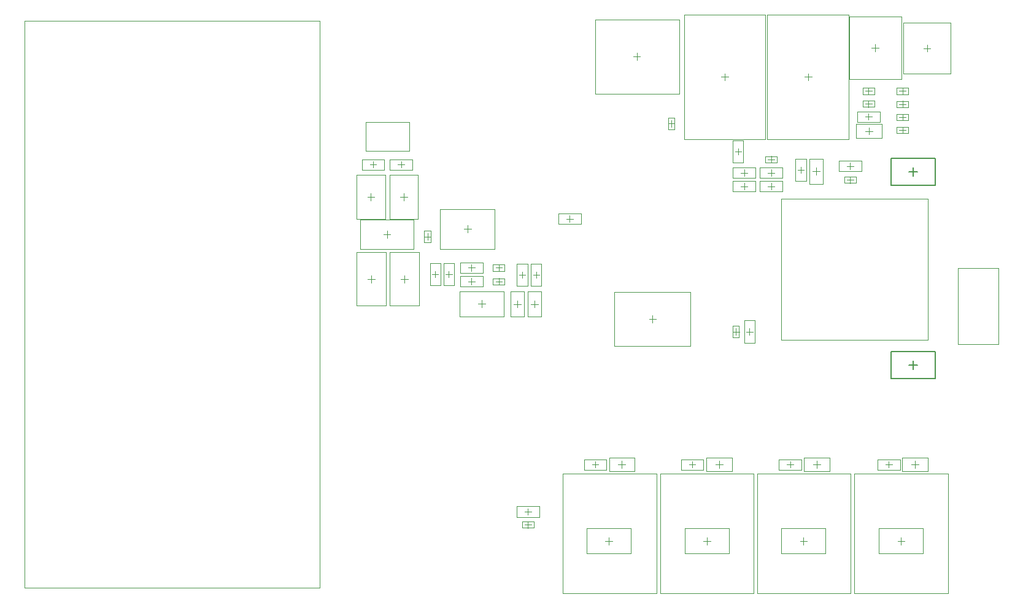
<source format=gbr>
%TF.GenerationSoftware,Altium Limited,Altium Designer,21.3.2 (30)*%
G04 Layer_Color=32768*
%FSLAX26Y26*%
%MOIN*%
%TF.SameCoordinates,5CB9DBA1-4DA9-4ED0-9B61-E5D9B39C4D3D*%
%TF.FilePolarity,Positive*%
%TF.FileFunction,Other,Mechanical_15*%
%TF.Part,Single*%
G01*
G75*
%TA.AperFunction,NonConductor*%
%ADD83C,0.006000*%
%ADD89C,0.003937*%
%ADD126C,0.001968*%
%ADD127C,0.004000*%
D83*
X5148378Y2383997D02*
X5195622D01*
X5172000Y2360375D02*
Y2407619D01*
X5052000Y2311165D02*
Y2456835D01*
Y2311165D02*
X5292157D01*
Y2456835D01*
X5052000D02*
X5292157D01*
X5148378Y1333997D02*
X5195622D01*
X5172000Y1310375D02*
Y1357619D01*
X5052000Y1261165D02*
Y1406835D01*
Y1261165D02*
X5292157D01*
Y1406835D01*
X5052000D02*
X5292157D01*
D89*
X5000614Y2568000D02*
Y2642000D01*
X4862614Y2568000D02*
Y2642000D01*
Y2568000D02*
X5000614D01*
X4862614Y2642000D02*
X5000614D01*
X4911929Y2605000D02*
X4951299D01*
X4931614Y2585315D02*
Y2624685D01*
X4868976Y2654457D02*
Y2711543D01*
X4991024Y2654457D02*
Y2711543D01*
X4868976D02*
X4991024D01*
X4868976Y2654457D02*
X4991024D01*
X4912283Y2683000D02*
X4947717D01*
X4930000Y2665284D02*
Y2700716D01*
X4830000Y2397284D02*
Y2432716D01*
X4812283Y2415000D02*
X4847717D01*
X4768976Y2443543D02*
X4891024D01*
X4768976Y2386457D02*
X4891024D01*
X4768976D02*
Y2443543D01*
X4891024Y2386457D02*
Y2443543D01*
X4609000Y2316614D02*
X4683000D01*
X4609000Y2454614D02*
X4683000D01*
X4609000Y2316614D02*
Y2454614D01*
X4683000Y2316614D02*
Y2454614D01*
X4646000Y2365929D02*
Y2405299D01*
X4626315Y2385614D02*
X4665685D01*
X4533457Y2332512D02*
X4590543D01*
X4533457Y2454559D02*
X4590543D01*
X4533457Y2332512D02*
Y2454559D01*
X4590543Y2332512D02*
Y2454559D01*
X4562000Y2375819D02*
Y2411252D01*
X4544283Y2393535D02*
X4579717D01*
X4339512Y2276457D02*
Y2333543D01*
X4461559Y2276457D02*
Y2333543D01*
X4339512D02*
X4461559D01*
X4339512Y2276457D02*
X4461559D01*
X4382819Y2305000D02*
X4418252D01*
X4400535Y2287284D02*
Y2322716D01*
X4461559Y2349457D02*
Y2406543D01*
X4339512Y2349457D02*
Y2406543D01*
Y2349457D02*
X4461559D01*
X4339512Y2406543D02*
X4461559D01*
X4382819Y2378000D02*
X4418252D01*
X4400535Y2360284D02*
Y2395716D01*
X4254071Y2287284D02*
Y2322716D01*
X4236354Y2305000D02*
X4271788D01*
X4193047Y2333543D02*
X4315095D01*
X4193047Y2276457D02*
X4315095D01*
X4193047D02*
Y2333543D01*
X4315095Y2276457D02*
Y2333543D01*
X4254071Y2360284D02*
Y2395716D01*
X4236354Y2378000D02*
X4271788D01*
X4193047Y2406543D02*
X4315095D01*
X4193047Y2349457D02*
X4315095D01*
X4193047D02*
Y2406543D01*
X4315095Y2349457D02*
Y2406543D01*
X2300095Y2394457D02*
Y2451543D01*
X2178047Y2394457D02*
Y2451543D01*
Y2394457D02*
X2300095D01*
X2178047Y2451543D02*
X2300095D01*
X2221354Y2423000D02*
X2256787D01*
X2239071Y2405284D02*
Y2440716D01*
X2452559Y2394457D02*
Y2451543D01*
X2330512Y2394457D02*
Y2451543D01*
Y2394457D02*
X2452559D01*
X2330512Y2451543D02*
X2452559D01*
X2373819Y2423000D02*
X2409252D01*
X2391535Y2405284D02*
Y2440716D01*
X2328244Y2125921D02*
X2483756D01*
X2328244Y2366079D02*
X2483756D01*
X2328244Y2125921D02*
Y2366079D01*
X2483756Y2125921D02*
Y2366079D01*
X2406000Y2226315D02*
Y2265685D01*
X2386315Y2246000D02*
X2425685D01*
X2149244Y2125921D02*
X2304756D01*
X2149244Y2366079D02*
X2304756D01*
X2149244Y2125921D02*
Y2366079D01*
X2304756Y2125921D02*
Y2366079D01*
X2227000Y2226315D02*
Y2265685D01*
X2207315Y2246000D02*
X2246685D01*
X2169000Y1963000D02*
Y2123000D01*
X2459000Y1963000D02*
Y2123000D01*
X2169000D02*
X2459000D01*
X2169000Y1963000D02*
X2459000D01*
X2294315Y2043000D02*
X2333685D01*
X2314000Y2023315D02*
Y2062685D01*
X2329000Y1946000D02*
X2489000D01*
X2329000Y1656000D02*
X2489000D01*
Y1946000D01*
X2329000Y1656000D02*
Y1946000D01*
X2409000Y1781315D02*
Y1820685D01*
X2389315Y1801000D02*
X2428685D01*
X2150000Y1656000D02*
X2310000D01*
X2150000Y1946000D02*
X2310000D01*
X2150000Y1656000D02*
Y1946000D01*
X2310000Y1656000D02*
Y1946000D01*
X2230000Y1781315D02*
Y1820685D01*
X2210315Y1801000D02*
X2249685D01*
X2948496Y1597102D02*
Y1734898D01*
X2708338Y1597102D02*
Y1734898D01*
Y1597102D02*
X2948496D01*
X2708338Y1734898D02*
X2948496D01*
X2808732Y1666000D02*
X2848102D01*
X2828417Y1646315D02*
Y1685685D01*
X2834595Y1833457D02*
Y1890543D01*
X2712547Y1833457D02*
Y1890543D01*
Y1833457D02*
X2834595D01*
X2712547Y1890543D02*
X2834595D01*
X2755854Y1862000D02*
X2791287D01*
X2773571Y1844284D02*
Y1879716D01*
X2712547Y1759457D02*
Y1816543D01*
X2834595Y1759457D02*
Y1816543D01*
X2712547D02*
X2834595D01*
X2712547Y1759457D02*
X2834595D01*
X2755854Y1788000D02*
X2791287D01*
X2773571Y1770284D02*
Y1805716D01*
X3078000Y1596000D02*
X3152000D01*
X3078000Y1734000D02*
X3152000D01*
X3078000Y1596000D02*
Y1734000D01*
X3152000Y1596000D02*
Y1734000D01*
X3115000Y1645315D02*
Y1684685D01*
X3095315Y1665000D02*
X3134685D01*
X2986000Y1596000D02*
X3060000D01*
X2986000Y1734000D02*
X3060000D01*
X2986000Y1596000D02*
Y1734000D01*
X3060000Y1596000D02*
Y1734000D01*
X3023000Y1645315D02*
Y1684685D01*
X3003315Y1665000D02*
X3042685D01*
X3140559Y508457D02*
Y565543D01*
X3018512Y508457D02*
Y565543D01*
Y508457D02*
X3140559D01*
X3018512Y565543D02*
X3140559D01*
X3061819Y537000D02*
X3097252D01*
X3079535Y519284D02*
Y554716D01*
X4380528Y2558953D02*
X4821472D01*
X4380528Y3238087D02*
X4821472D01*
X4380528Y2558953D02*
Y3238087D01*
X4821472Y2558953D02*
Y3238087D01*
X4601000Y2878835D02*
Y2918205D01*
X4581315Y2898520D02*
X4620685D01*
X4203874Y2494000D02*
X4239307D01*
X4221591Y2476283D02*
Y2511716D01*
X4250134Y2432976D02*
Y2555024D01*
X4193047Y2432976D02*
Y2555024D01*
X4250134D01*
X4193047Y2432976D02*
X4250134D01*
X4577000Y358315D02*
Y397685D01*
X4557315Y378000D02*
X4596685D01*
X4456921Y309102D02*
X4697079D01*
X4456921Y446898D02*
X4697079D01*
X4456921Y309102D02*
Y446898D01*
X4697079Y309102D02*
Y446898D01*
X4052000Y358315D02*
Y397685D01*
X4032315Y378000D02*
X4071685D01*
X3931921Y309102D02*
X4172079D01*
X3931921Y446898D02*
X4172079D01*
X3931921Y309102D02*
Y446898D01*
X4172079Y309102D02*
Y446898D01*
X3520000Y358315D02*
Y397685D01*
X3500315Y378000D02*
X3539685D01*
X3399921Y309102D02*
X3640079D01*
X3399921Y446898D02*
X3640079D01*
X3399921Y309102D02*
Y446898D01*
X3640079Y309102D02*
Y446898D01*
X2632284Y1827000D02*
X2667716D01*
X2650000Y1809284D02*
Y1844717D01*
X2621457Y1765976D02*
Y1888024D01*
X2678543Y1765976D02*
Y1888024D01*
X2621457Y1765976D02*
X2678543D01*
X2621457Y1888024D02*
X2678543D01*
X2558284Y1827000D02*
X2593716D01*
X2576000Y1809284D02*
Y1844717D01*
X2604543Y1765976D02*
Y1888024D01*
X2547457Y1765976D02*
Y1888024D01*
X2604543D01*
X2547457Y1765976D02*
X2604543D01*
X3031284Y1824000D02*
X3066716D01*
X3049000Y1806283D02*
Y1841716D01*
X3077543Y1762976D02*
Y1885024D01*
X3020457Y1762976D02*
Y1885024D01*
X3077543D01*
X3020457Y1762976D02*
X3077543D01*
X3107284Y1824000D02*
X3142716D01*
X3125000Y1806283D02*
Y1841716D01*
X3153543Y1762976D02*
Y1885024D01*
X3096457Y1762976D02*
Y1885024D01*
X3153543D01*
X3096457Y1762976D02*
X3153543D01*
X4130315Y2898520D02*
X4169685D01*
X4150000Y2878835D02*
Y2918205D01*
X4370472Y2558953D02*
Y3238087D01*
X3929528Y2558953D02*
Y3238087D01*
X4370472D01*
X3929528Y2558953D02*
X4370472D01*
X5107000Y358315D02*
Y397685D01*
X5087315Y378000D02*
X5126685D01*
X4986921Y309102D02*
X5227079D01*
X4986921Y446898D02*
X5227079D01*
X4986921Y309102D02*
Y446898D01*
X5227079Y309102D02*
Y446898D01*
X4265283Y1515000D02*
X4300717D01*
X4283000Y1497283D02*
Y1532716D01*
X4311543Y1453976D02*
Y1576024D01*
X4254457Y1453976D02*
Y1576024D01*
X4311543D01*
X4254457Y1453976D02*
X4311543D01*
X3737315Y1583339D02*
X3776685D01*
X3757000Y1563654D02*
Y1603024D01*
X3550307Y1435701D02*
Y1730976D01*
X3963693Y1435701D02*
Y1730976D01*
X3550307Y1435701D02*
X3963693D01*
X3550307Y1730976D02*
X3963693D01*
X3670740Y2989994D02*
Y3029364D01*
X3651055Y3009679D02*
X3690425D01*
X5040000Y775284D02*
Y810716D01*
X5022283Y793000D02*
X5057717D01*
X4978976Y821543D02*
X5101024D01*
X4978976Y764457D02*
X5101024D01*
X4978976D02*
Y821543D01*
X5101024Y764457D02*
Y821543D01*
X5182000Y773315D02*
Y812685D01*
X5162315Y793000D02*
X5201685D01*
X5113000Y830000D02*
X5251000D01*
X5113000Y756000D02*
X5251000D01*
X5113000D02*
Y830000D01*
X5251000Y756000D02*
Y830000D01*
X4649417Y773315D02*
Y812685D01*
X4629732Y793000D02*
X4669102D01*
X4580417Y830000D02*
X4718417D01*
X4580417Y756000D02*
X4718417D01*
X4580417D02*
Y830000D01*
X4718417Y756000D02*
Y830000D01*
X4504535Y775284D02*
Y810716D01*
X4486819Y793000D02*
X4522252D01*
X4443512Y821543D02*
X4565559D01*
X4443512Y764457D02*
X4565559D01*
X4443512D02*
Y821543D01*
X4565559Y764457D02*
Y821543D01*
X3589614Y773315D02*
Y812685D01*
X3569929Y793000D02*
X3609299D01*
X3520614Y830000D02*
X3658614D01*
X3520614Y756000D02*
X3658614D01*
X3520614D02*
Y830000D01*
X3658614Y756000D02*
Y830000D01*
X4118386Y773315D02*
Y812685D01*
X4098701Y793000D02*
X4138071D01*
X4049386Y830000D02*
X4187386D01*
X4049386Y756000D02*
X4187386D01*
X4049386D02*
Y830000D01*
X4187386Y756000D02*
Y830000D01*
X3972535Y775284D02*
Y810716D01*
X3954819Y793000D02*
X3990252D01*
X3911512Y821543D02*
X4033559D01*
X3911512Y764457D02*
X4033559D01*
X3911512D02*
Y821543D01*
X4033559Y764457D02*
Y821543D01*
X3445535Y775284D02*
Y810716D01*
X3427819Y793000D02*
X3463252D01*
X3384512Y821543D02*
X3506559D01*
X3384512Y764457D02*
X3506559D01*
X3384512D02*
Y821543D01*
X3506559Y764457D02*
Y821543D01*
X4946315Y3056000D02*
X4985685D01*
X4966000Y3036315D02*
Y3075685D01*
X5107732Y2885724D02*
Y3226276D01*
X4824268Y2885724D02*
Y3226276D01*
X5107732D01*
X4824268Y2885724D02*
X5107732D01*
X5227630Y3055000D02*
X5267000D01*
X5247315Y3035315D02*
Y3074685D01*
X3245976Y2099457D02*
Y2156543D01*
X3368024Y2099457D02*
Y2156543D01*
X3245976D02*
X3368024D01*
X3245976Y2099457D02*
X3368024D01*
X3289283Y2128000D02*
X3324716D01*
X3307000Y2110284D02*
Y2145716D01*
X2898638Y1964732D02*
Y2181268D01*
X2603362Y1964732D02*
Y2181268D01*
Y1964732D02*
X2898638D01*
X2603362Y2181268D02*
X2898638D01*
X2731315Y2073000D02*
X2770685D01*
X2751000Y2053315D02*
Y2092685D01*
D126*
X5251693Y1470630D02*
Y2238347D01*
X4456417Y1470630D02*
X5251693D01*
X4456417D02*
Y2238347D01*
X5251693D01*
X345543Y124757D02*
Y3203497D01*
X1948299D01*
Y124757D02*
Y3203497D01*
X345543Y124757D02*
X1948299D01*
X2198693Y2496260D02*
Y2653740D01*
X2435307Y2496260D02*
Y2653740D01*
X2198693Y2496260D02*
X2435307D01*
X2198693Y2653740D02*
X2435307D01*
X4325396Y93197D02*
Y742803D01*
X4833270D01*
Y93197D02*
Y742803D01*
X4325396Y93197D02*
X4833270D01*
X3270063D02*
Y742803D01*
X3777937D01*
Y93197D02*
Y742803D01*
X3270063Y93197D02*
X3777937D01*
X3797730D02*
Y742803D01*
X4305604D01*
Y93197D02*
Y742803D01*
X3797730Y93197D02*
X4305604D01*
X4853063D02*
Y742803D01*
X5360937D01*
Y93197D02*
Y742803D01*
X4853063Y93197D02*
X5360937D01*
X5416512Y1446307D02*
Y1859693D01*
X5636984D01*
Y1446307D02*
Y1859693D01*
X5416512Y1446307D02*
X5636984D01*
D127*
X5114000Y2592283D02*
Y2627716D01*
X5096283Y2610000D02*
X5131717D01*
X5082506Y2626864D02*
X5145501D01*
Y2593005D02*
Y2626864D01*
X5082506Y2593005D02*
X5145501D01*
X5082506D02*
Y2626864D01*
X5114000Y2733617D02*
Y2769050D01*
X5096283Y2751333D02*
X5131717D01*
X5082506Y2768197D02*
X5145501D01*
Y2734338D02*
Y2768197D01*
X5082506Y2734338D02*
X5145501D01*
X5082506D02*
Y2768197D01*
X5114000Y2804283D02*
Y2839716D01*
X5096283Y2822000D02*
X5131717D01*
X5082506Y2838864D02*
X5145501D01*
Y2805005D02*
Y2838864D01*
X5082506Y2805005D02*
X5145501D01*
X5082506D02*
Y2838864D01*
X5114000Y2662950D02*
Y2698383D01*
X5096283Y2680667D02*
X5131717D01*
X5082506Y2697531D02*
X5145501D01*
Y2663671D02*
Y2697531D01*
X5082506Y2663671D02*
X5145501D01*
X5082506D02*
Y2697531D01*
X4961494Y2735636D02*
Y2769495D01*
X4898499D02*
X4961494D01*
X4898499Y2735636D02*
Y2769495D01*
Y2735636D02*
X4961494D01*
X4912283Y2752500D02*
X4947717D01*
X4930000Y2734784D02*
Y2770217D01*
X4961494Y2805136D02*
Y2838995D01*
X4898499D02*
X4961494D01*
X4898499Y2805136D02*
Y2838995D01*
Y2805136D02*
X4961494D01*
X4912283Y2822000D02*
X4947717D01*
X4930000Y2804284D02*
Y2839717D01*
X4830000Y2321284D02*
Y2356717D01*
X4812283Y2339000D02*
X4847717D01*
X4798499Y2322136D02*
X4861494D01*
X4798499D02*
Y2355995D01*
X4861494D01*
Y2322136D02*
Y2355995D01*
X4400535Y2433283D02*
Y2468716D01*
X4382819Y2451000D02*
X4418252D01*
X4369041Y2467864D02*
X4432036D01*
Y2434005D02*
Y2467864D01*
X4369041Y2434005D02*
X4432036D01*
X4369041D02*
Y2467864D01*
X2953494Y1845136D02*
Y1878995D01*
X2890499D02*
X2953494D01*
X2890499Y1845136D02*
Y1878995D01*
Y1845136D02*
X2953494D01*
X2904284Y1862000D02*
X2939716D01*
X2922000Y1844284D02*
Y1879717D01*
X2953494Y1771136D02*
Y1804995D01*
X2890499D02*
X2953494D01*
X2890499Y1771136D02*
Y1804995D01*
Y1771136D02*
X2953494D01*
X2904284Y1788000D02*
X2939716D01*
X2922000Y1770284D02*
Y1805717D01*
X3111030Y449136D02*
Y482995D01*
X3048035D02*
X3111030D01*
X3048035Y449136D02*
Y482995D01*
Y449136D02*
X3111030D01*
X3061819Y466000D02*
X3097252D01*
X3079535Y448284D02*
Y483717D01*
X4192283Y1515000D02*
X4227717D01*
X4210000Y1497284D02*
Y1532716D01*
X4193136Y1483506D02*
Y1546501D01*
X4226995D01*
Y1483506D02*
Y1546501D01*
X4193136Y1483506D02*
X4226995D01*
X3444362Y2808222D02*
X3902039D01*
X3444362D02*
Y3211765D01*
X3902039Y2808222D02*
Y3211765D01*
X3444362D02*
X3902039D01*
X5374953Y2917205D02*
Y3192795D01*
X5119047Y2917205D02*
X5374953D01*
X5119047Y3192795D02*
X5374953D01*
X5119047Y2917205D02*
Y3192795D01*
X3842005Y2677494D02*
X3875864D01*
X3842005Y2614499D02*
Y2677494D01*
Y2614499D02*
X3875864D01*
Y2677494D01*
X3859000Y2628284D02*
Y2663716D01*
X3841283Y2646000D02*
X3876716D01*
X2517136Y1999970D02*
X2550995D01*
Y2062966D01*
X2517136D02*
X2550995D01*
X2517136Y1999970D02*
Y2062966D01*
X2534000Y2013748D02*
Y2049181D01*
X2516284Y2031465D02*
X2551717D01*
%TF.MD5,1d90cf38c0b9cfd5e5b56c49aa714b32*%
M02*

</source>
